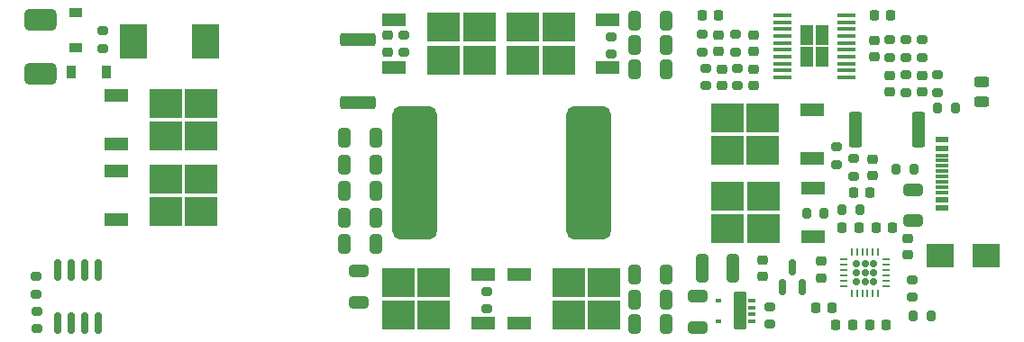
<source format=gtp>
%TF.GenerationSoftware,KiCad,Pcbnew,(5.99.0-10682-g4bb4606811)*%
%TF.CreationDate,2021-08-27T09:32:20+01:00*%
%TF.ProjectId,dc-to-pd-2,64632d74-6f2d-4706-942d-322e6b696361,rev?*%
%TF.SameCoordinates,Original*%
%TF.FileFunction,Paste,Top*%
%TF.FilePolarity,Positive*%
%FSLAX46Y46*%
G04 Gerber Fmt 4.6, Leading zero omitted, Abs format (unit mm)*
G04 Created by KiCad (PCBNEW (5.99.0-10682-g4bb4606811)) date 2021-08-27 09:32:20*
%MOMM*%
%LPD*%
G01*
G04 APERTURE LIST*
G04 Aperture macros list*
%AMRoundRect*
0 Rectangle with rounded corners*
0 $1 Rounding radius*
0 $2 $3 $4 $5 $6 $7 $8 $9 X,Y pos of 4 corners*
0 Add a 4 corners polygon primitive as box body*
4,1,4,$2,$3,$4,$5,$6,$7,$8,$9,$2,$3,0*
0 Add four circle primitives for the rounded corners*
1,1,$1+$1,$2,$3*
1,1,$1+$1,$4,$5*
1,1,$1+$1,$6,$7*
1,1,$1+$1,$8,$9*
0 Add four rect primitives between the rounded corners*
20,1,$1+$1,$2,$3,$4,$5,0*
20,1,$1+$1,$4,$5,$6,$7,0*
20,1,$1+$1,$6,$7,$8,$9,0*
20,1,$1+$1,$8,$9,$2,$3,0*%
G04 Aperture macros list end*
%ADD10RoundRect,0.225000X-0.225000X-0.250000X0.225000X-0.250000X0.225000X0.250000X-0.225000X0.250000X0*%
%ADD11RoundRect,0.225000X-0.250000X0.225000X-0.250000X-0.225000X0.250000X-0.225000X0.250000X0.225000X0*%
%ADD12R,3.050000X2.750000*%
%ADD13R,2.200000X1.200000*%
%ADD14R,1.275000X1.875000*%
%ADD15R,1.780000X0.420000*%
%ADD16RoundRect,0.200000X-0.275000X0.200000X-0.275000X-0.200000X0.275000X-0.200000X0.275000X0.200000X0*%
%ADD17RoundRect,0.200000X0.275000X-0.200000X0.275000X0.200000X-0.275000X0.200000X-0.275000X-0.200000X0*%
%ADD18RoundRect,0.250000X-0.325000X-0.650000X0.325000X-0.650000X0.325000X0.650000X-0.325000X0.650000X0*%
%ADD19R,2.500000X2.300000*%
%ADD20RoundRect,0.165000X0.165000X-0.165000X0.165000X0.165000X-0.165000X0.165000X-0.165000X-0.165000X0*%
%ADD21RoundRect,0.048000X0.072000X-0.292000X0.072000X0.292000X-0.072000X0.292000X-0.072000X-0.292000X0*%
%ADD22RoundRect,0.048000X0.292000X0.072000X-0.292000X0.072000X-0.292000X-0.072000X0.292000X-0.072000X0*%
%ADD23RoundRect,0.225000X0.225000X0.250000X-0.225000X0.250000X-0.225000X-0.250000X0.225000X-0.250000X0*%
%ADD24RoundRect,0.250000X0.650000X-0.325000X0.650000X0.325000X-0.650000X0.325000X-0.650000X-0.325000X0*%
%ADD25RoundRect,0.200000X0.200000X0.275000X-0.200000X0.275000X-0.200000X-0.275000X0.200000X-0.275000X0*%
%ADD26RoundRect,0.225000X0.250000X-0.225000X0.250000X0.225000X-0.250000X0.225000X-0.250000X-0.225000X0*%
%ADD27RoundRect,0.250000X0.312500X1.075000X-0.312500X1.075000X-0.312500X-1.075000X0.312500X-1.075000X0*%
%ADD28RoundRect,0.150000X0.150000X-0.587500X0.150000X0.587500X-0.150000X0.587500X-0.150000X-0.587500X0*%
%ADD29R,0.900000X1.200000*%
%ADD30R,2.500000X3.300000*%
%ADD31RoundRect,0.250000X-0.650000X0.325000X-0.650000X-0.325000X0.650000X-0.325000X0.650000X0.325000X0*%
%ADD32RoundRect,0.200000X-0.200000X-0.275000X0.200000X-0.275000X0.200000X0.275000X-0.200000X0.275000X0*%
%ADD33RoundRect,0.243750X-0.456250X0.243750X-0.456250X-0.243750X0.456250X-0.243750X0.456250X0.243750X0*%
%ADD34RoundRect,0.659850X1.415150X5.590150X-1.415150X5.590150X-1.415150X-5.590150X1.415150X-5.590150X0*%
%ADD35RoundRect,0.250000X1.425000X-0.362500X1.425000X0.362500X-1.425000X0.362500X-1.425000X-0.362500X0*%
%ADD36RoundRect,0.150000X0.150000X-0.825000X0.150000X0.825000X-0.150000X0.825000X-0.150000X-0.825000X0*%
%ADD37RoundRect,0.050000X-0.240000X0.150000X-0.240000X-0.150000X0.240000X-0.150000X0.240000X0.150000X0*%
%ADD38RoundRect,0.050000X-0.312500X0.150000X-0.312500X-0.150000X0.312500X-0.150000X0.312500X0.150000X0*%
%ADD39RoundRect,0.099185X-0.498315X-1.650815X0.498315X-1.650815X0.498315X1.650815X-0.498315X1.650815X0*%
%ADD40RoundRect,0.250000X0.325000X0.650000X-0.325000X0.650000X-0.325000X-0.650000X0.325000X-0.650000X0*%
%ADD41R,1.160000X0.600000*%
%ADD42R,1.160000X0.300000*%
%ADD43RoundRect,0.250000X-0.362500X-1.425000X0.362500X-1.425000X0.362500X1.425000X-0.362500X1.425000X0*%
%ADD44R,1.200000X0.900000*%
%ADD45RoundRect,0.408000X-1.092000X0.592000X-1.092000X-0.592000X1.092000X-0.592000X1.092000X0.592000X0*%
G04 APERTURE END LIST*
D10*
%TO.C,Crx2*%
X117225000Y-60200000D03*
X118775000Y-60200000D03*
%TD*%
D11*
%TO.C,Cvpwr1*%
X112600000Y-54225000D03*
X112600000Y-55775000D03*
%TD*%
D12*
%TO.C,Dboost1*%
X88925000Y-56225000D03*
X88925000Y-59275000D03*
X92275000Y-59275000D03*
X92275000Y-56225000D03*
D13*
X84300000Y-55470000D03*
X84300000Y-60030000D03*
%TD*%
D14*
%TO.C,U1*%
X111287500Y-32987500D03*
X112712500Y-35012500D03*
X112712500Y-32987500D03*
X111287500Y-35012500D03*
D15*
X109030000Y-31075000D03*
X109030000Y-31725000D03*
X109030000Y-32375000D03*
X109030000Y-33025000D03*
X109030000Y-33675000D03*
X109030000Y-34325000D03*
X109030000Y-34975000D03*
X109030000Y-35625000D03*
X109030000Y-36275000D03*
X109030000Y-36925000D03*
X114970000Y-36925000D03*
X114970000Y-36275000D03*
X114970000Y-35625000D03*
X114970000Y-34975000D03*
X114970000Y-34325000D03*
X114970000Y-33675000D03*
X114970000Y-33025000D03*
X114970000Y-32375000D03*
X114970000Y-31725000D03*
X114970000Y-31075000D03*
%TD*%
D16*
%TO.C,Rt1*%
X104600000Y-32875000D03*
X104600000Y-34525000D03*
%TD*%
D12*
%TO.C,Q4*%
X51075000Y-46475000D03*
X51075000Y-49525000D03*
X54425000Y-49525000D03*
X54425000Y-46475000D03*
D13*
X46450000Y-45720000D03*
X46450000Y-50280000D03*
%TD*%
D12*
%TO.C,Q2*%
X54425000Y-39375000D03*
X51075000Y-39375000D03*
X54425000Y-42425000D03*
X51075000Y-42425000D03*
D13*
X46450000Y-38620000D03*
X46450000Y-43180000D03*
%TD*%
D16*
%TO.C,Rsel1*%
X121200000Y-55975000D03*
X121200000Y-57625000D03*
%TD*%
D17*
%TO.C,Ruv1*%
X38950000Y-60575000D03*
X38950000Y-58925000D03*
%TD*%
D18*
%TO.C,C4*%
X67825000Y-42600000D03*
X70775000Y-42600000D03*
%TD*%
D19*
%TO.C,D5*%
X123850000Y-53700000D03*
X128150000Y-53700000D03*
%TD*%
D18*
%TO.C,C6*%
X67825000Y-47600000D03*
X70775000Y-47600000D03*
%TD*%
D12*
%TO.C,Q1*%
X107225000Y-51125000D03*
X107225000Y-48075000D03*
X103875000Y-51125000D03*
X103875000Y-48075000D03*
D13*
X111850000Y-51880000D03*
X111850000Y-47320000D03*
%TD*%
D18*
%TO.C,C5*%
X67825000Y-45100000D03*
X70775000Y-45100000D03*
%TD*%
D16*
%TO.C,Rcomp1*%
X104800000Y-36075000D03*
X104800000Y-37725000D03*
%TD*%
D20*
%TO.C,IC2*%
X115930000Y-54480000D03*
X117570000Y-56120000D03*
X115930000Y-56120000D03*
X117570000Y-55300000D03*
X116750000Y-56120000D03*
X116750000Y-54480000D03*
X117570000Y-54480000D03*
X115930000Y-55300000D03*
X116750000Y-55300000D03*
D21*
X115500000Y-57262500D03*
X116000000Y-57262500D03*
X116500000Y-57262500D03*
X117000000Y-57262500D03*
X117500000Y-57262500D03*
X118000000Y-57262500D03*
D22*
X118712500Y-56550000D03*
X118712500Y-56050000D03*
X118712500Y-55550000D03*
X118712500Y-55050000D03*
X118712500Y-54550000D03*
X118712500Y-54050000D03*
D21*
X118000000Y-53337500D03*
X117500000Y-53337500D03*
X117000000Y-53337500D03*
X116500000Y-53337500D03*
X116000000Y-53337500D03*
X115500000Y-53337500D03*
D22*
X114787500Y-54050000D03*
X114787500Y-54550000D03*
X114787500Y-55050000D03*
X114787500Y-55550000D03*
X114787500Y-56050000D03*
X114787500Y-56550000D03*
%TD*%
D23*
%TO.C,Cvtx1*%
X113650000Y-58600000D03*
X112100000Y-58600000D03*
%TD*%
D24*
%TO.C,C9*%
X69200000Y-58075000D03*
X69200000Y-55125000D03*
%TD*%
D25*
%TO.C,R6*%
X121350000Y-45550000D03*
X119700000Y-45550000D03*
%TD*%
D26*
%TO.C,C2*%
X107100000Y-55625000D03*
X107100000Y-54075000D03*
%TD*%
D23*
%TO.C,Cinx1*%
X102975000Y-31100000D03*
X101425000Y-31100000D03*
%TD*%
D27*
%TO.C,R1*%
X104362500Y-54900000D03*
X101437500Y-54900000D03*
%TD*%
D18*
%TO.C,C8*%
X67825000Y-52600000D03*
X70775000Y-52600000D03*
%TD*%
D12*
%TO.C,Qbuck1*%
X72925000Y-59275000D03*
X76275000Y-56225000D03*
X72925000Y-56225000D03*
X76275000Y-59275000D03*
D13*
X80900000Y-60030000D03*
X80900000Y-55470000D03*
%TD*%
D28*
%TO.C,Q5*%
X109000000Y-56637500D03*
X110900000Y-56637500D03*
X109950000Y-54762500D03*
%TD*%
D29*
%TO.C,D3*%
X42200000Y-36400000D03*
X45500000Y-36400000D03*
%TD*%
D30*
%TO.C,D1*%
X54800000Y-33500000D03*
X48000000Y-33500000D03*
%TD*%
D23*
%TO.C,Crx1*%
X115575000Y-60200000D03*
X114025000Y-60200000D03*
%TD*%
D31*
%TO.C,C1*%
X101000000Y-57525000D03*
X101000000Y-60475000D03*
%TD*%
D17*
%TO.C,R4*%
X45200000Y-34175000D03*
X45200000Y-32525000D03*
%TD*%
%TO.C,Rfbl2*%
X120600000Y-35025000D03*
X120600000Y-33375000D03*
%TD*%
D10*
%TO.C,Cvaux1*%
X117775000Y-51050000D03*
X119325000Y-51050000D03*
%TD*%
D18*
%TO.C,C12*%
X95125000Y-60150000D03*
X98075000Y-60150000D03*
%TD*%
%TO.C,C14*%
X95125000Y-55500000D03*
X98075000Y-55500000D03*
%TD*%
D26*
%TO.C,Cslu1*%
X119100000Y-38275000D03*
X119100000Y-36725000D03*
%TD*%
D31*
%TO.C,C3*%
X121250000Y-47475000D03*
X121250000Y-50425000D03*
%TD*%
D32*
%TO.C,Rslew1*%
X114600000Y-49400000D03*
X116250000Y-49400000D03*
%TD*%
D11*
%TO.C,Csll1*%
X122100000Y-36725000D03*
X122100000Y-38275000D03*
%TD*%
D16*
%TO.C,R3*%
X114100000Y-43475000D03*
X114100000Y-45125000D03*
%TD*%
D32*
%TO.C,R7*%
X121295000Y-59320000D03*
X122945000Y-59320000D03*
%TD*%
D17*
%TO.C,R14*%
X73400000Y-34575000D03*
X73400000Y-32925000D03*
%TD*%
D16*
%TO.C,R8*%
X107800000Y-58500000D03*
X107800000Y-60150000D03*
%TD*%
D33*
%TO.C,D4*%
X127700000Y-37312500D03*
X127700000Y-39187500D03*
%TD*%
D18*
%TO.C,C13*%
X95125000Y-57850000D03*
X98075000Y-57850000D03*
%TD*%
D25*
%TO.C,R9*%
X125225000Y-39800000D03*
X123575000Y-39800000D03*
%TD*%
D11*
%TO.C,C11*%
X71900000Y-32975000D03*
X71900000Y-34525000D03*
%TD*%
D18*
%TO.C,C7*%
X67825000Y-50100000D03*
X70775000Y-50100000D03*
%TD*%
D17*
%TO.C,Rfbl3*%
X122100000Y-35025000D03*
X122100000Y-33375000D03*
%TD*%
D34*
%TO.C,L1*%
X90775000Y-45900000D03*
X74425000Y-45900000D03*
%TD*%
D32*
%TO.C,R2*%
X111275000Y-49750000D03*
X112925000Y-49750000D03*
%TD*%
D10*
%TO.C,Cslew1*%
X115675000Y-47775000D03*
X117225000Y-47775000D03*
%TD*%
D17*
%TO.C,Rfbt1*%
X120600000Y-38325000D03*
X120600000Y-36675000D03*
%TD*%
D35*
%TO.C,Rsense1*%
X69100000Y-39312500D03*
X69100000Y-33387500D03*
%TD*%
D36*
%TO.C,IC3*%
X40960000Y-60010000D03*
X42230000Y-60010000D03*
X43500000Y-60010000D03*
X44770000Y-60010000D03*
X44770000Y-55060000D03*
X43500000Y-55060000D03*
X42230000Y-55060000D03*
X40960000Y-55060000D03*
%TD*%
D10*
%TO.C,Cvdd1*%
X114625000Y-51050000D03*
X116175000Y-51050000D03*
%TD*%
D16*
%TO.C,Rramp1*%
X101500000Y-32875000D03*
X101500000Y-34525000D03*
%TD*%
D37*
%TO.C,IC1*%
X103020000Y-57920000D03*
X103020000Y-59870000D03*
D38*
X106110000Y-59870000D03*
X106110000Y-59220000D03*
X106110000Y-58570000D03*
X106110000Y-57920000D03*
D39*
X105010000Y-58895000D03*
%TD*%
D26*
%TO.C,Cf1*%
X117450000Y-46175000D03*
X117450000Y-44625000D03*
%TD*%
D40*
%TO.C,C16*%
X98075000Y-33900000D03*
X95125000Y-33900000D03*
%TD*%
D12*
%TO.C,Q3*%
X107175000Y-43775000D03*
X107175000Y-40725000D03*
X103825000Y-43775000D03*
X103825000Y-40725000D03*
D13*
X111800000Y-44530000D03*
X111800000Y-39970000D03*
%TD*%
D11*
%TO.C,Css1*%
X106300000Y-32925000D03*
X106300000Y-34475000D03*
%TD*%
D41*
%TO.C,J2*%
X123990000Y-49200000D03*
X123990000Y-48400000D03*
D42*
X123990000Y-47250000D03*
X123990000Y-46250000D03*
X123990000Y-45750000D03*
X123990000Y-44750000D03*
D41*
X123990000Y-43600000D03*
X123990000Y-42800000D03*
X123990000Y-42800000D03*
X123990000Y-43600000D03*
D42*
X123990000Y-44250000D03*
X123990000Y-45250000D03*
X123990000Y-46750000D03*
X123990000Y-47750000D03*
D41*
X123990000Y-48400000D03*
X123990000Y-49200000D03*
%TD*%
D11*
%TO.C,Ccomp2*%
X103300000Y-36125000D03*
X103300000Y-37675000D03*
%TD*%
D16*
%TO.C,R12*%
X92900000Y-33075000D03*
X92900000Y-34725000D03*
%TD*%
D12*
%TO.C,Qboost1*%
X84625000Y-35275000D03*
X84625000Y-32225000D03*
X87975000Y-32225000D03*
X87975000Y-35275000D03*
D13*
X92600000Y-36030000D03*
X92600000Y-31470000D03*
%TD*%
D40*
%TO.C,C15*%
X98075000Y-36200000D03*
X95125000Y-36200000D03*
%TD*%
D11*
%TO.C,Ccomp1*%
X106300000Y-36125000D03*
X106300000Y-37675000D03*
%TD*%
D17*
%TO.C,Ruv2*%
X38900000Y-57325000D03*
X38900000Y-55675000D03*
%TD*%
D43*
%TO.C,R5*%
X115837500Y-41800000D03*
X121762500Y-41800000D03*
%TD*%
D16*
%TO.C,R13*%
X123600000Y-36675000D03*
X123600000Y-38325000D03*
%TD*%
D11*
%TO.C,Cvcc1*%
X117600000Y-33425000D03*
X117600000Y-34975000D03*
%TD*%
D44*
%TO.C,D2*%
X42650000Y-34150000D03*
X42650000Y-30850000D03*
%TD*%
D45*
%TO.C,F1*%
X39300000Y-31487500D03*
X39300000Y-36550000D03*
%TD*%
D10*
%TO.C,C10*%
X117625000Y-31100000D03*
X119175000Y-31100000D03*
%TD*%
D17*
%TO.C,Rfbl1*%
X119100000Y-35025000D03*
X119100000Y-33375000D03*
%TD*%
D12*
%TO.C,Dbuck1*%
X77175000Y-32225000D03*
X80525000Y-35275000D03*
X77175000Y-35275000D03*
X80525000Y-32225000D03*
D13*
X72550000Y-31470000D03*
X72550000Y-36030000D03*
%TD*%
D26*
%TO.C,Cdvdd1*%
X120800000Y-53600000D03*
X120800000Y-52050000D03*
%TD*%
D16*
%TO.C,R11*%
X81200000Y-57075000D03*
X81200000Y-58725000D03*
%TD*%
%TO.C,Rf1*%
X115700000Y-44575000D03*
X115700000Y-46225000D03*
%TD*%
D17*
%TO.C,R10*%
X101800000Y-37725000D03*
X101800000Y-36075000D03*
%TD*%
D40*
%TO.C,C17*%
X98075000Y-31600000D03*
X95125000Y-31600000D03*
%TD*%
D11*
%TO.C,Cramp1*%
X103000000Y-32925000D03*
X103000000Y-34475000D03*
%TD*%
M02*

</source>
